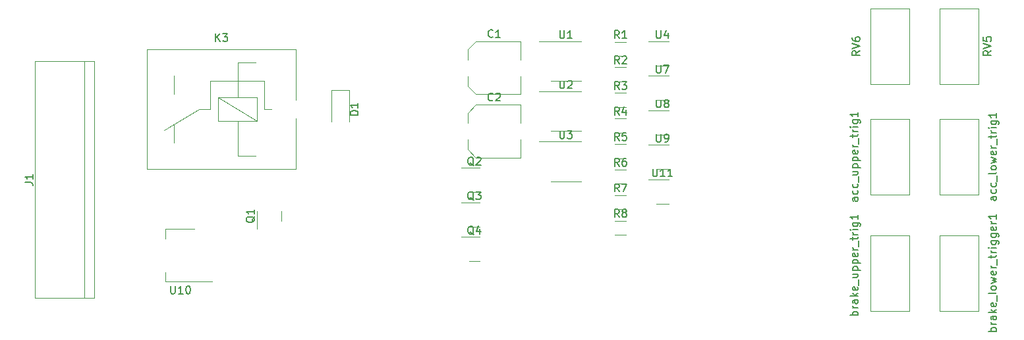
<source format=gbr>
%TF.GenerationSoftware,KiCad,Pcbnew,7.0.10*%
%TF.CreationDate,2024-04-03T19:17:27+05:30*%
%TF.ProjectId,BSPD,42535044-2e6b-4696-9361-645f70636258,rev?*%
%TF.SameCoordinates,Original*%
%TF.FileFunction,Legend,Top*%
%TF.FilePolarity,Positive*%
%FSLAX46Y46*%
G04 Gerber Fmt 4.6, Leading zero omitted, Abs format (unit mm)*
G04 Created by KiCad (PCBNEW 7.0.10) date 2024-04-03 19:17:27*
%MOMM*%
%LPD*%
G01*
G04 APERTURE LIST*
%ADD10C,0.150000*%
%ADD11C,0.120000*%
G04 APERTURE END LIST*
D10*
X95245905Y-56426819D02*
X95245905Y-57236342D01*
X95245905Y-57236342D02*
X95293524Y-57331580D01*
X95293524Y-57331580D02*
X95341143Y-57379200D01*
X95341143Y-57379200D02*
X95436381Y-57426819D01*
X95436381Y-57426819D02*
X95626857Y-57426819D01*
X95626857Y-57426819D02*
X95722095Y-57379200D01*
X95722095Y-57379200D02*
X95769714Y-57331580D01*
X95769714Y-57331580D02*
X95817333Y-57236342D01*
X95817333Y-57236342D02*
X95817333Y-56426819D01*
X96817333Y-57426819D02*
X96245905Y-57426819D01*
X96531619Y-57426819D02*
X96531619Y-56426819D01*
X96531619Y-56426819D02*
X96436381Y-56569676D01*
X96436381Y-56569676D02*
X96341143Y-56664914D01*
X96341143Y-56664914D02*
X96245905Y-56712533D01*
X97769714Y-57426819D02*
X97198286Y-57426819D01*
X97484000Y-57426819D02*
X97484000Y-56426819D01*
X97484000Y-56426819D02*
X97388762Y-56569676D01*
X97388762Y-56569676D02*
X97293524Y-56664914D01*
X97293524Y-56664914D02*
X97198286Y-56712533D01*
X95722095Y-51976819D02*
X95722095Y-52786342D01*
X95722095Y-52786342D02*
X95769714Y-52881580D01*
X95769714Y-52881580D02*
X95817333Y-52929200D01*
X95817333Y-52929200D02*
X95912571Y-52976819D01*
X95912571Y-52976819D02*
X96103047Y-52976819D01*
X96103047Y-52976819D02*
X96198285Y-52929200D01*
X96198285Y-52929200D02*
X96245904Y-52881580D01*
X96245904Y-52881580D02*
X96293523Y-52786342D01*
X96293523Y-52786342D02*
X96293523Y-51976819D01*
X96817333Y-52976819D02*
X97007809Y-52976819D01*
X97007809Y-52976819D02*
X97103047Y-52929200D01*
X97103047Y-52929200D02*
X97150666Y-52881580D01*
X97150666Y-52881580D02*
X97245904Y-52738723D01*
X97245904Y-52738723D02*
X97293523Y-52548247D01*
X97293523Y-52548247D02*
X97293523Y-52167295D01*
X97293523Y-52167295D02*
X97245904Y-52072057D01*
X97245904Y-52072057D02*
X97198285Y-52024438D01*
X97198285Y-52024438D02*
X97103047Y-51976819D01*
X97103047Y-51976819D02*
X96912571Y-51976819D01*
X96912571Y-51976819D02*
X96817333Y-52024438D01*
X96817333Y-52024438D02*
X96769714Y-52072057D01*
X96769714Y-52072057D02*
X96722095Y-52167295D01*
X96722095Y-52167295D02*
X96722095Y-52405390D01*
X96722095Y-52405390D02*
X96769714Y-52500628D01*
X96769714Y-52500628D02*
X96817333Y-52548247D01*
X96817333Y-52548247D02*
X96912571Y-52595866D01*
X96912571Y-52595866D02*
X97103047Y-52595866D01*
X97103047Y-52595866D02*
X97198285Y-52548247D01*
X97198285Y-52548247D02*
X97245904Y-52500628D01*
X97245904Y-52500628D02*
X97293523Y-52405390D01*
X95722095Y-47526819D02*
X95722095Y-48336342D01*
X95722095Y-48336342D02*
X95769714Y-48431580D01*
X95769714Y-48431580D02*
X95817333Y-48479200D01*
X95817333Y-48479200D02*
X95912571Y-48526819D01*
X95912571Y-48526819D02*
X96103047Y-48526819D01*
X96103047Y-48526819D02*
X96198285Y-48479200D01*
X96198285Y-48479200D02*
X96245904Y-48431580D01*
X96245904Y-48431580D02*
X96293523Y-48336342D01*
X96293523Y-48336342D02*
X96293523Y-47526819D01*
X96912571Y-47955390D02*
X96817333Y-47907771D01*
X96817333Y-47907771D02*
X96769714Y-47860152D01*
X96769714Y-47860152D02*
X96722095Y-47764914D01*
X96722095Y-47764914D02*
X96722095Y-47717295D01*
X96722095Y-47717295D02*
X96769714Y-47622057D01*
X96769714Y-47622057D02*
X96817333Y-47574438D01*
X96817333Y-47574438D02*
X96912571Y-47526819D01*
X96912571Y-47526819D02*
X97103047Y-47526819D01*
X97103047Y-47526819D02*
X97198285Y-47574438D01*
X97198285Y-47574438D02*
X97245904Y-47622057D01*
X97245904Y-47622057D02*
X97293523Y-47717295D01*
X97293523Y-47717295D02*
X97293523Y-47764914D01*
X97293523Y-47764914D02*
X97245904Y-47860152D01*
X97245904Y-47860152D02*
X97198285Y-47907771D01*
X97198285Y-47907771D02*
X97103047Y-47955390D01*
X97103047Y-47955390D02*
X96912571Y-47955390D01*
X96912571Y-47955390D02*
X96817333Y-48003009D01*
X96817333Y-48003009D02*
X96769714Y-48050628D01*
X96769714Y-48050628D02*
X96722095Y-48145866D01*
X96722095Y-48145866D02*
X96722095Y-48336342D01*
X96722095Y-48336342D02*
X96769714Y-48431580D01*
X96769714Y-48431580D02*
X96817333Y-48479200D01*
X96817333Y-48479200D02*
X96912571Y-48526819D01*
X96912571Y-48526819D02*
X97103047Y-48526819D01*
X97103047Y-48526819D02*
X97198285Y-48479200D01*
X97198285Y-48479200D02*
X97245904Y-48431580D01*
X97245904Y-48431580D02*
X97293523Y-48336342D01*
X97293523Y-48336342D02*
X97293523Y-48145866D01*
X97293523Y-48145866D02*
X97245904Y-48050628D01*
X97245904Y-48050628D02*
X97198285Y-48003009D01*
X97198285Y-48003009D02*
X97103047Y-47955390D01*
X95722095Y-43076819D02*
X95722095Y-43886342D01*
X95722095Y-43886342D02*
X95769714Y-43981580D01*
X95769714Y-43981580D02*
X95817333Y-44029200D01*
X95817333Y-44029200D02*
X95912571Y-44076819D01*
X95912571Y-44076819D02*
X96103047Y-44076819D01*
X96103047Y-44076819D02*
X96198285Y-44029200D01*
X96198285Y-44029200D02*
X96245904Y-43981580D01*
X96245904Y-43981580D02*
X96293523Y-43886342D01*
X96293523Y-43886342D02*
X96293523Y-43076819D01*
X96674476Y-43076819D02*
X97341142Y-43076819D01*
X97341142Y-43076819D02*
X96912571Y-44076819D01*
X95722095Y-38626819D02*
X95722095Y-39436342D01*
X95722095Y-39436342D02*
X95769714Y-39531580D01*
X95769714Y-39531580D02*
X95817333Y-39579200D01*
X95817333Y-39579200D02*
X95912571Y-39626819D01*
X95912571Y-39626819D02*
X96103047Y-39626819D01*
X96103047Y-39626819D02*
X96198285Y-39579200D01*
X96198285Y-39579200D02*
X96245904Y-39531580D01*
X96245904Y-39531580D02*
X96293523Y-39436342D01*
X96293523Y-39436342D02*
X96293523Y-38626819D01*
X97198285Y-38960152D02*
X97198285Y-39626819D01*
X96960190Y-38579200D02*
X96722095Y-39293485D01*
X96722095Y-39293485D02*
X97341142Y-39293485D01*
X83312095Y-51526819D02*
X83312095Y-52336342D01*
X83312095Y-52336342D02*
X83359714Y-52431580D01*
X83359714Y-52431580D02*
X83407333Y-52479200D01*
X83407333Y-52479200D02*
X83502571Y-52526819D01*
X83502571Y-52526819D02*
X83693047Y-52526819D01*
X83693047Y-52526819D02*
X83788285Y-52479200D01*
X83788285Y-52479200D02*
X83835904Y-52431580D01*
X83835904Y-52431580D02*
X83883523Y-52336342D01*
X83883523Y-52336342D02*
X83883523Y-51526819D01*
X84264476Y-51526819D02*
X84883523Y-51526819D01*
X84883523Y-51526819D02*
X84550190Y-51907771D01*
X84550190Y-51907771D02*
X84693047Y-51907771D01*
X84693047Y-51907771D02*
X84788285Y-51955390D01*
X84788285Y-51955390D02*
X84835904Y-52003009D01*
X84835904Y-52003009D02*
X84883523Y-52098247D01*
X84883523Y-52098247D02*
X84883523Y-52336342D01*
X84883523Y-52336342D02*
X84835904Y-52431580D01*
X84835904Y-52431580D02*
X84788285Y-52479200D01*
X84788285Y-52479200D02*
X84693047Y-52526819D01*
X84693047Y-52526819D02*
X84407333Y-52526819D01*
X84407333Y-52526819D02*
X84312095Y-52479200D01*
X84312095Y-52479200D02*
X84264476Y-52431580D01*
X83312095Y-45076819D02*
X83312095Y-45886342D01*
X83312095Y-45886342D02*
X83359714Y-45981580D01*
X83359714Y-45981580D02*
X83407333Y-46029200D01*
X83407333Y-46029200D02*
X83502571Y-46076819D01*
X83502571Y-46076819D02*
X83693047Y-46076819D01*
X83693047Y-46076819D02*
X83788285Y-46029200D01*
X83788285Y-46029200D02*
X83835904Y-45981580D01*
X83835904Y-45981580D02*
X83883523Y-45886342D01*
X83883523Y-45886342D02*
X83883523Y-45076819D01*
X84312095Y-45172057D02*
X84359714Y-45124438D01*
X84359714Y-45124438D02*
X84454952Y-45076819D01*
X84454952Y-45076819D02*
X84693047Y-45076819D01*
X84693047Y-45076819D02*
X84788285Y-45124438D01*
X84788285Y-45124438D02*
X84835904Y-45172057D01*
X84835904Y-45172057D02*
X84883523Y-45267295D01*
X84883523Y-45267295D02*
X84883523Y-45362533D01*
X84883523Y-45362533D02*
X84835904Y-45505390D01*
X84835904Y-45505390D02*
X84264476Y-46076819D01*
X84264476Y-46076819D02*
X84883523Y-46076819D01*
X83312095Y-38626819D02*
X83312095Y-39436342D01*
X83312095Y-39436342D02*
X83359714Y-39531580D01*
X83359714Y-39531580D02*
X83407333Y-39579200D01*
X83407333Y-39579200D02*
X83502571Y-39626819D01*
X83502571Y-39626819D02*
X83693047Y-39626819D01*
X83693047Y-39626819D02*
X83788285Y-39579200D01*
X83788285Y-39579200D02*
X83835904Y-39531580D01*
X83835904Y-39531580D02*
X83883523Y-39436342D01*
X83883523Y-39436342D02*
X83883523Y-38626819D01*
X84883523Y-39626819D02*
X84312095Y-39626819D01*
X84597809Y-39626819D02*
X84597809Y-38626819D01*
X84597809Y-38626819D02*
X84502571Y-38769676D01*
X84502571Y-38769676D02*
X84407333Y-38864914D01*
X84407333Y-38864914D02*
X84312095Y-38912533D01*
X90937333Y-62656819D02*
X90604000Y-62180628D01*
X90365905Y-62656819D02*
X90365905Y-61656819D01*
X90365905Y-61656819D02*
X90746857Y-61656819D01*
X90746857Y-61656819D02*
X90842095Y-61704438D01*
X90842095Y-61704438D02*
X90889714Y-61752057D01*
X90889714Y-61752057D02*
X90937333Y-61847295D01*
X90937333Y-61847295D02*
X90937333Y-61990152D01*
X90937333Y-61990152D02*
X90889714Y-62085390D01*
X90889714Y-62085390D02*
X90842095Y-62133009D01*
X90842095Y-62133009D02*
X90746857Y-62180628D01*
X90746857Y-62180628D02*
X90365905Y-62180628D01*
X91508762Y-62085390D02*
X91413524Y-62037771D01*
X91413524Y-62037771D02*
X91365905Y-61990152D01*
X91365905Y-61990152D02*
X91318286Y-61894914D01*
X91318286Y-61894914D02*
X91318286Y-61847295D01*
X91318286Y-61847295D02*
X91365905Y-61752057D01*
X91365905Y-61752057D02*
X91413524Y-61704438D01*
X91413524Y-61704438D02*
X91508762Y-61656819D01*
X91508762Y-61656819D02*
X91699238Y-61656819D01*
X91699238Y-61656819D02*
X91794476Y-61704438D01*
X91794476Y-61704438D02*
X91842095Y-61752057D01*
X91842095Y-61752057D02*
X91889714Y-61847295D01*
X91889714Y-61847295D02*
X91889714Y-61894914D01*
X91889714Y-61894914D02*
X91842095Y-61990152D01*
X91842095Y-61990152D02*
X91794476Y-62037771D01*
X91794476Y-62037771D02*
X91699238Y-62085390D01*
X91699238Y-62085390D02*
X91508762Y-62085390D01*
X91508762Y-62085390D02*
X91413524Y-62133009D01*
X91413524Y-62133009D02*
X91365905Y-62180628D01*
X91365905Y-62180628D02*
X91318286Y-62275866D01*
X91318286Y-62275866D02*
X91318286Y-62466342D01*
X91318286Y-62466342D02*
X91365905Y-62561580D01*
X91365905Y-62561580D02*
X91413524Y-62609200D01*
X91413524Y-62609200D02*
X91508762Y-62656819D01*
X91508762Y-62656819D02*
X91699238Y-62656819D01*
X91699238Y-62656819D02*
X91794476Y-62609200D01*
X91794476Y-62609200D02*
X91842095Y-62561580D01*
X91842095Y-62561580D02*
X91889714Y-62466342D01*
X91889714Y-62466342D02*
X91889714Y-62275866D01*
X91889714Y-62275866D02*
X91842095Y-62180628D01*
X91842095Y-62180628D02*
X91794476Y-62133009D01*
X91794476Y-62133009D02*
X91699238Y-62085390D01*
X90937333Y-59366819D02*
X90604000Y-58890628D01*
X90365905Y-59366819D02*
X90365905Y-58366819D01*
X90365905Y-58366819D02*
X90746857Y-58366819D01*
X90746857Y-58366819D02*
X90842095Y-58414438D01*
X90842095Y-58414438D02*
X90889714Y-58462057D01*
X90889714Y-58462057D02*
X90937333Y-58557295D01*
X90937333Y-58557295D02*
X90937333Y-58700152D01*
X90937333Y-58700152D02*
X90889714Y-58795390D01*
X90889714Y-58795390D02*
X90842095Y-58843009D01*
X90842095Y-58843009D02*
X90746857Y-58890628D01*
X90746857Y-58890628D02*
X90365905Y-58890628D01*
X91270667Y-58366819D02*
X91937333Y-58366819D01*
X91937333Y-58366819D02*
X91508762Y-59366819D01*
X90937333Y-56076819D02*
X90604000Y-55600628D01*
X90365905Y-56076819D02*
X90365905Y-55076819D01*
X90365905Y-55076819D02*
X90746857Y-55076819D01*
X90746857Y-55076819D02*
X90842095Y-55124438D01*
X90842095Y-55124438D02*
X90889714Y-55172057D01*
X90889714Y-55172057D02*
X90937333Y-55267295D01*
X90937333Y-55267295D02*
X90937333Y-55410152D01*
X90937333Y-55410152D02*
X90889714Y-55505390D01*
X90889714Y-55505390D02*
X90842095Y-55553009D01*
X90842095Y-55553009D02*
X90746857Y-55600628D01*
X90746857Y-55600628D02*
X90365905Y-55600628D01*
X91794476Y-55076819D02*
X91604000Y-55076819D01*
X91604000Y-55076819D02*
X91508762Y-55124438D01*
X91508762Y-55124438D02*
X91461143Y-55172057D01*
X91461143Y-55172057D02*
X91365905Y-55314914D01*
X91365905Y-55314914D02*
X91318286Y-55505390D01*
X91318286Y-55505390D02*
X91318286Y-55886342D01*
X91318286Y-55886342D02*
X91365905Y-55981580D01*
X91365905Y-55981580D02*
X91413524Y-56029200D01*
X91413524Y-56029200D02*
X91508762Y-56076819D01*
X91508762Y-56076819D02*
X91699238Y-56076819D01*
X91699238Y-56076819D02*
X91794476Y-56029200D01*
X91794476Y-56029200D02*
X91842095Y-55981580D01*
X91842095Y-55981580D02*
X91889714Y-55886342D01*
X91889714Y-55886342D02*
X91889714Y-55648247D01*
X91889714Y-55648247D02*
X91842095Y-55553009D01*
X91842095Y-55553009D02*
X91794476Y-55505390D01*
X91794476Y-55505390D02*
X91699238Y-55457771D01*
X91699238Y-55457771D02*
X91508762Y-55457771D01*
X91508762Y-55457771D02*
X91413524Y-55505390D01*
X91413524Y-55505390D02*
X91365905Y-55553009D01*
X91365905Y-55553009D02*
X91318286Y-55648247D01*
X90937333Y-52786819D02*
X90604000Y-52310628D01*
X90365905Y-52786819D02*
X90365905Y-51786819D01*
X90365905Y-51786819D02*
X90746857Y-51786819D01*
X90746857Y-51786819D02*
X90842095Y-51834438D01*
X90842095Y-51834438D02*
X90889714Y-51882057D01*
X90889714Y-51882057D02*
X90937333Y-51977295D01*
X90937333Y-51977295D02*
X90937333Y-52120152D01*
X90937333Y-52120152D02*
X90889714Y-52215390D01*
X90889714Y-52215390D02*
X90842095Y-52263009D01*
X90842095Y-52263009D02*
X90746857Y-52310628D01*
X90746857Y-52310628D02*
X90365905Y-52310628D01*
X91842095Y-51786819D02*
X91365905Y-51786819D01*
X91365905Y-51786819D02*
X91318286Y-52263009D01*
X91318286Y-52263009D02*
X91365905Y-52215390D01*
X91365905Y-52215390D02*
X91461143Y-52167771D01*
X91461143Y-52167771D02*
X91699238Y-52167771D01*
X91699238Y-52167771D02*
X91794476Y-52215390D01*
X91794476Y-52215390D02*
X91842095Y-52263009D01*
X91842095Y-52263009D02*
X91889714Y-52358247D01*
X91889714Y-52358247D02*
X91889714Y-52596342D01*
X91889714Y-52596342D02*
X91842095Y-52691580D01*
X91842095Y-52691580D02*
X91794476Y-52739200D01*
X91794476Y-52739200D02*
X91699238Y-52786819D01*
X91699238Y-52786819D02*
X91461143Y-52786819D01*
X91461143Y-52786819D02*
X91365905Y-52739200D01*
X91365905Y-52739200D02*
X91318286Y-52691580D01*
X90937333Y-49496819D02*
X90604000Y-49020628D01*
X90365905Y-49496819D02*
X90365905Y-48496819D01*
X90365905Y-48496819D02*
X90746857Y-48496819D01*
X90746857Y-48496819D02*
X90842095Y-48544438D01*
X90842095Y-48544438D02*
X90889714Y-48592057D01*
X90889714Y-48592057D02*
X90937333Y-48687295D01*
X90937333Y-48687295D02*
X90937333Y-48830152D01*
X90937333Y-48830152D02*
X90889714Y-48925390D01*
X90889714Y-48925390D02*
X90842095Y-48973009D01*
X90842095Y-48973009D02*
X90746857Y-49020628D01*
X90746857Y-49020628D02*
X90365905Y-49020628D01*
X91794476Y-48830152D02*
X91794476Y-49496819D01*
X91556381Y-48449200D02*
X91318286Y-49163485D01*
X91318286Y-49163485D02*
X91937333Y-49163485D01*
X90937333Y-46206819D02*
X90604000Y-45730628D01*
X90365905Y-46206819D02*
X90365905Y-45206819D01*
X90365905Y-45206819D02*
X90746857Y-45206819D01*
X90746857Y-45206819D02*
X90842095Y-45254438D01*
X90842095Y-45254438D02*
X90889714Y-45302057D01*
X90889714Y-45302057D02*
X90937333Y-45397295D01*
X90937333Y-45397295D02*
X90937333Y-45540152D01*
X90937333Y-45540152D02*
X90889714Y-45635390D01*
X90889714Y-45635390D02*
X90842095Y-45683009D01*
X90842095Y-45683009D02*
X90746857Y-45730628D01*
X90746857Y-45730628D02*
X90365905Y-45730628D01*
X91270667Y-45206819D02*
X91889714Y-45206819D01*
X91889714Y-45206819D02*
X91556381Y-45587771D01*
X91556381Y-45587771D02*
X91699238Y-45587771D01*
X91699238Y-45587771D02*
X91794476Y-45635390D01*
X91794476Y-45635390D02*
X91842095Y-45683009D01*
X91842095Y-45683009D02*
X91889714Y-45778247D01*
X91889714Y-45778247D02*
X91889714Y-46016342D01*
X91889714Y-46016342D02*
X91842095Y-46111580D01*
X91842095Y-46111580D02*
X91794476Y-46159200D01*
X91794476Y-46159200D02*
X91699238Y-46206819D01*
X91699238Y-46206819D02*
X91413524Y-46206819D01*
X91413524Y-46206819D02*
X91318286Y-46159200D01*
X91318286Y-46159200D02*
X91270667Y-46111580D01*
X90937333Y-42916819D02*
X90604000Y-42440628D01*
X90365905Y-42916819D02*
X90365905Y-41916819D01*
X90365905Y-41916819D02*
X90746857Y-41916819D01*
X90746857Y-41916819D02*
X90842095Y-41964438D01*
X90842095Y-41964438D02*
X90889714Y-42012057D01*
X90889714Y-42012057D02*
X90937333Y-42107295D01*
X90937333Y-42107295D02*
X90937333Y-42250152D01*
X90937333Y-42250152D02*
X90889714Y-42345390D01*
X90889714Y-42345390D02*
X90842095Y-42393009D01*
X90842095Y-42393009D02*
X90746857Y-42440628D01*
X90746857Y-42440628D02*
X90365905Y-42440628D01*
X91318286Y-42012057D02*
X91365905Y-41964438D01*
X91365905Y-41964438D02*
X91461143Y-41916819D01*
X91461143Y-41916819D02*
X91699238Y-41916819D01*
X91699238Y-41916819D02*
X91794476Y-41964438D01*
X91794476Y-41964438D02*
X91842095Y-42012057D01*
X91842095Y-42012057D02*
X91889714Y-42107295D01*
X91889714Y-42107295D02*
X91889714Y-42202533D01*
X91889714Y-42202533D02*
X91842095Y-42345390D01*
X91842095Y-42345390D02*
X91270667Y-42916819D01*
X91270667Y-42916819D02*
X91889714Y-42916819D01*
X90937333Y-39626819D02*
X90604000Y-39150628D01*
X90365905Y-39626819D02*
X90365905Y-38626819D01*
X90365905Y-38626819D02*
X90746857Y-38626819D01*
X90746857Y-38626819D02*
X90842095Y-38674438D01*
X90842095Y-38674438D02*
X90889714Y-38722057D01*
X90889714Y-38722057D02*
X90937333Y-38817295D01*
X90937333Y-38817295D02*
X90937333Y-38960152D01*
X90937333Y-38960152D02*
X90889714Y-39055390D01*
X90889714Y-39055390D02*
X90842095Y-39103009D01*
X90842095Y-39103009D02*
X90746857Y-39150628D01*
X90746857Y-39150628D02*
X90365905Y-39150628D01*
X91889714Y-39626819D02*
X91318286Y-39626819D01*
X91604000Y-39626819D02*
X91604000Y-38626819D01*
X91604000Y-38626819D02*
X91508762Y-38769676D01*
X91508762Y-38769676D02*
X91413524Y-38864914D01*
X91413524Y-38864914D02*
X91318286Y-38912533D01*
X72248761Y-64922057D02*
X72153523Y-64874438D01*
X72153523Y-64874438D02*
X72058285Y-64779200D01*
X72058285Y-64779200D02*
X71915428Y-64636342D01*
X71915428Y-64636342D02*
X71820190Y-64588723D01*
X71820190Y-64588723D02*
X71724952Y-64588723D01*
X71772571Y-64826819D02*
X71677333Y-64779200D01*
X71677333Y-64779200D02*
X71582095Y-64683961D01*
X71582095Y-64683961D02*
X71534476Y-64493485D01*
X71534476Y-64493485D02*
X71534476Y-64160152D01*
X71534476Y-64160152D02*
X71582095Y-63969676D01*
X71582095Y-63969676D02*
X71677333Y-63874438D01*
X71677333Y-63874438D02*
X71772571Y-63826819D01*
X71772571Y-63826819D02*
X71963047Y-63826819D01*
X71963047Y-63826819D02*
X72058285Y-63874438D01*
X72058285Y-63874438D02*
X72153523Y-63969676D01*
X72153523Y-63969676D02*
X72201142Y-64160152D01*
X72201142Y-64160152D02*
X72201142Y-64493485D01*
X72201142Y-64493485D02*
X72153523Y-64683961D01*
X72153523Y-64683961D02*
X72058285Y-64779200D01*
X72058285Y-64779200D02*
X71963047Y-64826819D01*
X71963047Y-64826819D02*
X71772571Y-64826819D01*
X73058285Y-64160152D02*
X73058285Y-64826819D01*
X72820190Y-63779200D02*
X72582095Y-64493485D01*
X72582095Y-64493485D02*
X73201142Y-64493485D01*
X72248761Y-60472057D02*
X72153523Y-60424438D01*
X72153523Y-60424438D02*
X72058285Y-60329200D01*
X72058285Y-60329200D02*
X71915428Y-60186342D01*
X71915428Y-60186342D02*
X71820190Y-60138723D01*
X71820190Y-60138723D02*
X71724952Y-60138723D01*
X71772571Y-60376819D02*
X71677333Y-60329200D01*
X71677333Y-60329200D02*
X71582095Y-60233961D01*
X71582095Y-60233961D02*
X71534476Y-60043485D01*
X71534476Y-60043485D02*
X71534476Y-59710152D01*
X71534476Y-59710152D02*
X71582095Y-59519676D01*
X71582095Y-59519676D02*
X71677333Y-59424438D01*
X71677333Y-59424438D02*
X71772571Y-59376819D01*
X71772571Y-59376819D02*
X71963047Y-59376819D01*
X71963047Y-59376819D02*
X72058285Y-59424438D01*
X72058285Y-59424438D02*
X72153523Y-59519676D01*
X72153523Y-59519676D02*
X72201142Y-59710152D01*
X72201142Y-59710152D02*
X72201142Y-60043485D01*
X72201142Y-60043485D02*
X72153523Y-60233961D01*
X72153523Y-60233961D02*
X72058285Y-60329200D01*
X72058285Y-60329200D02*
X71963047Y-60376819D01*
X71963047Y-60376819D02*
X71772571Y-60376819D01*
X72534476Y-59376819D02*
X73153523Y-59376819D01*
X73153523Y-59376819D02*
X72820190Y-59757771D01*
X72820190Y-59757771D02*
X72963047Y-59757771D01*
X72963047Y-59757771D02*
X73058285Y-59805390D01*
X73058285Y-59805390D02*
X73105904Y-59853009D01*
X73105904Y-59853009D02*
X73153523Y-59948247D01*
X73153523Y-59948247D02*
X73153523Y-60186342D01*
X73153523Y-60186342D02*
X73105904Y-60281580D01*
X73105904Y-60281580D02*
X73058285Y-60329200D01*
X73058285Y-60329200D02*
X72963047Y-60376819D01*
X72963047Y-60376819D02*
X72677333Y-60376819D01*
X72677333Y-60376819D02*
X72582095Y-60329200D01*
X72582095Y-60329200D02*
X72534476Y-60281580D01*
X72248761Y-56022057D02*
X72153523Y-55974438D01*
X72153523Y-55974438D02*
X72058285Y-55879200D01*
X72058285Y-55879200D02*
X71915428Y-55736342D01*
X71915428Y-55736342D02*
X71820190Y-55688723D01*
X71820190Y-55688723D02*
X71724952Y-55688723D01*
X71772571Y-55926819D02*
X71677333Y-55879200D01*
X71677333Y-55879200D02*
X71582095Y-55783961D01*
X71582095Y-55783961D02*
X71534476Y-55593485D01*
X71534476Y-55593485D02*
X71534476Y-55260152D01*
X71534476Y-55260152D02*
X71582095Y-55069676D01*
X71582095Y-55069676D02*
X71677333Y-54974438D01*
X71677333Y-54974438D02*
X71772571Y-54926819D01*
X71772571Y-54926819D02*
X71963047Y-54926819D01*
X71963047Y-54926819D02*
X72058285Y-54974438D01*
X72058285Y-54974438D02*
X72153523Y-55069676D01*
X72153523Y-55069676D02*
X72201142Y-55260152D01*
X72201142Y-55260152D02*
X72201142Y-55593485D01*
X72201142Y-55593485D02*
X72153523Y-55783961D01*
X72153523Y-55783961D02*
X72058285Y-55879200D01*
X72058285Y-55879200D02*
X71963047Y-55926819D01*
X71963047Y-55926819D02*
X71772571Y-55926819D01*
X72582095Y-55022057D02*
X72629714Y-54974438D01*
X72629714Y-54974438D02*
X72724952Y-54926819D01*
X72724952Y-54926819D02*
X72963047Y-54926819D01*
X72963047Y-54926819D02*
X73058285Y-54974438D01*
X73058285Y-54974438D02*
X73105904Y-55022057D01*
X73105904Y-55022057D02*
X73153523Y-55117295D01*
X73153523Y-55117295D02*
X73153523Y-55212533D01*
X73153523Y-55212533D02*
X73105904Y-55355390D01*
X73105904Y-55355390D02*
X72534476Y-55926819D01*
X72534476Y-55926819D02*
X73153523Y-55926819D01*
X74707333Y-47581580D02*
X74659714Y-47629200D01*
X74659714Y-47629200D02*
X74516857Y-47676819D01*
X74516857Y-47676819D02*
X74421619Y-47676819D01*
X74421619Y-47676819D02*
X74278762Y-47629200D01*
X74278762Y-47629200D02*
X74183524Y-47533961D01*
X74183524Y-47533961D02*
X74135905Y-47438723D01*
X74135905Y-47438723D02*
X74088286Y-47248247D01*
X74088286Y-47248247D02*
X74088286Y-47105390D01*
X74088286Y-47105390D02*
X74135905Y-46914914D01*
X74135905Y-46914914D02*
X74183524Y-46819676D01*
X74183524Y-46819676D02*
X74278762Y-46724438D01*
X74278762Y-46724438D02*
X74421619Y-46676819D01*
X74421619Y-46676819D02*
X74516857Y-46676819D01*
X74516857Y-46676819D02*
X74659714Y-46724438D01*
X74659714Y-46724438D02*
X74707333Y-46772057D01*
X75088286Y-46772057D02*
X75135905Y-46724438D01*
X75135905Y-46724438D02*
X75231143Y-46676819D01*
X75231143Y-46676819D02*
X75469238Y-46676819D01*
X75469238Y-46676819D02*
X75564476Y-46724438D01*
X75564476Y-46724438D02*
X75612095Y-46772057D01*
X75612095Y-46772057D02*
X75659714Y-46867295D01*
X75659714Y-46867295D02*
X75659714Y-46962533D01*
X75659714Y-46962533D02*
X75612095Y-47105390D01*
X75612095Y-47105390D02*
X75040667Y-47676819D01*
X75040667Y-47676819D02*
X75659714Y-47676819D01*
X74707333Y-39431580D02*
X74659714Y-39479200D01*
X74659714Y-39479200D02*
X74516857Y-39526819D01*
X74516857Y-39526819D02*
X74421619Y-39526819D01*
X74421619Y-39526819D02*
X74278762Y-39479200D01*
X74278762Y-39479200D02*
X74183524Y-39383961D01*
X74183524Y-39383961D02*
X74135905Y-39288723D01*
X74135905Y-39288723D02*
X74088286Y-39098247D01*
X74088286Y-39098247D02*
X74088286Y-38955390D01*
X74088286Y-38955390D02*
X74135905Y-38764914D01*
X74135905Y-38764914D02*
X74183524Y-38669676D01*
X74183524Y-38669676D02*
X74278762Y-38574438D01*
X74278762Y-38574438D02*
X74421619Y-38526819D01*
X74421619Y-38526819D02*
X74516857Y-38526819D01*
X74516857Y-38526819D02*
X74659714Y-38574438D01*
X74659714Y-38574438D02*
X74707333Y-38622057D01*
X75659714Y-39526819D02*
X75088286Y-39526819D01*
X75374000Y-39526819D02*
X75374000Y-38526819D01*
X75374000Y-38526819D02*
X75278762Y-38669676D01*
X75278762Y-38669676D02*
X75183524Y-38764914D01*
X75183524Y-38764914D02*
X75088286Y-38812533D01*
X44124057Y-62579238D02*
X44076438Y-62674476D01*
X44076438Y-62674476D02*
X43981200Y-62769714D01*
X43981200Y-62769714D02*
X43838342Y-62912571D01*
X43838342Y-62912571D02*
X43790723Y-63007809D01*
X43790723Y-63007809D02*
X43790723Y-63103047D01*
X44028819Y-63055428D02*
X43981200Y-63150666D01*
X43981200Y-63150666D02*
X43885961Y-63245904D01*
X43885961Y-63245904D02*
X43695485Y-63293523D01*
X43695485Y-63293523D02*
X43362152Y-63293523D01*
X43362152Y-63293523D02*
X43171676Y-63245904D01*
X43171676Y-63245904D02*
X43076438Y-63150666D01*
X43076438Y-63150666D02*
X43028819Y-63055428D01*
X43028819Y-63055428D02*
X43028819Y-62864952D01*
X43028819Y-62864952D02*
X43076438Y-62769714D01*
X43076438Y-62769714D02*
X43171676Y-62674476D01*
X43171676Y-62674476D02*
X43362152Y-62626857D01*
X43362152Y-62626857D02*
X43695485Y-62626857D01*
X43695485Y-62626857D02*
X43885961Y-62674476D01*
X43885961Y-62674476D02*
X43981200Y-62769714D01*
X43981200Y-62769714D02*
X44028819Y-62864952D01*
X44028819Y-62864952D02*
X44028819Y-63055428D01*
X44028819Y-61674476D02*
X44028819Y-62245904D01*
X44028819Y-61960190D02*
X43028819Y-61960190D01*
X43028819Y-61960190D02*
X43171676Y-62055428D01*
X43171676Y-62055428D02*
X43266914Y-62150666D01*
X43266914Y-62150666D02*
X43314533Y-62245904D01*
X33305905Y-71518819D02*
X33305905Y-72328342D01*
X33305905Y-72328342D02*
X33353524Y-72423580D01*
X33353524Y-72423580D02*
X33401143Y-72471200D01*
X33401143Y-72471200D02*
X33496381Y-72518819D01*
X33496381Y-72518819D02*
X33686857Y-72518819D01*
X33686857Y-72518819D02*
X33782095Y-72471200D01*
X33782095Y-72471200D02*
X33829714Y-72423580D01*
X33829714Y-72423580D02*
X33877333Y-72328342D01*
X33877333Y-72328342D02*
X33877333Y-71518819D01*
X34877333Y-72518819D02*
X34305905Y-72518819D01*
X34591619Y-72518819D02*
X34591619Y-71518819D01*
X34591619Y-71518819D02*
X34496381Y-71661676D01*
X34496381Y-71661676D02*
X34401143Y-71756914D01*
X34401143Y-71756914D02*
X34305905Y-71804533D01*
X35496381Y-71518819D02*
X35591619Y-71518819D01*
X35591619Y-71518819D02*
X35686857Y-71566438D01*
X35686857Y-71566438D02*
X35734476Y-71614057D01*
X35734476Y-71614057D02*
X35782095Y-71709295D01*
X35782095Y-71709295D02*
X35829714Y-71899771D01*
X35829714Y-71899771D02*
X35829714Y-72137866D01*
X35829714Y-72137866D02*
X35782095Y-72328342D01*
X35782095Y-72328342D02*
X35734476Y-72423580D01*
X35734476Y-72423580D02*
X35686857Y-72471200D01*
X35686857Y-72471200D02*
X35591619Y-72518819D01*
X35591619Y-72518819D02*
X35496381Y-72518819D01*
X35496381Y-72518819D02*
X35401143Y-72471200D01*
X35401143Y-72471200D02*
X35353524Y-72423580D01*
X35353524Y-72423580D02*
X35305905Y-72328342D01*
X35305905Y-72328342D02*
X35258286Y-72137866D01*
X35258286Y-72137866D02*
X35258286Y-71899771D01*
X35258286Y-71899771D02*
X35305905Y-71709295D01*
X35305905Y-71709295D02*
X35353524Y-71614057D01*
X35353524Y-71614057D02*
X35401143Y-71566438D01*
X35401143Y-71566438D02*
X35496381Y-71518819D01*
X121866819Y-41245238D02*
X121390628Y-41578571D01*
X121866819Y-41816666D02*
X120866819Y-41816666D01*
X120866819Y-41816666D02*
X120866819Y-41435714D01*
X120866819Y-41435714D02*
X120914438Y-41340476D01*
X120914438Y-41340476D02*
X120962057Y-41292857D01*
X120962057Y-41292857D02*
X121057295Y-41245238D01*
X121057295Y-41245238D02*
X121200152Y-41245238D01*
X121200152Y-41245238D02*
X121295390Y-41292857D01*
X121295390Y-41292857D02*
X121343009Y-41340476D01*
X121343009Y-41340476D02*
X121390628Y-41435714D01*
X121390628Y-41435714D02*
X121390628Y-41816666D01*
X120866819Y-40959523D02*
X121866819Y-40626190D01*
X121866819Y-40626190D02*
X120866819Y-40292857D01*
X120866819Y-39530952D02*
X120866819Y-39721428D01*
X120866819Y-39721428D02*
X120914438Y-39816666D01*
X120914438Y-39816666D02*
X120962057Y-39864285D01*
X120962057Y-39864285D02*
X121104914Y-39959523D01*
X121104914Y-39959523D02*
X121295390Y-40007142D01*
X121295390Y-40007142D02*
X121676342Y-40007142D01*
X121676342Y-40007142D02*
X121771580Y-39959523D01*
X121771580Y-39959523D02*
X121819200Y-39911904D01*
X121819200Y-39911904D02*
X121866819Y-39816666D01*
X121866819Y-39816666D02*
X121866819Y-39626190D01*
X121866819Y-39626190D02*
X121819200Y-39530952D01*
X121819200Y-39530952D02*
X121771580Y-39483333D01*
X121771580Y-39483333D02*
X121676342Y-39435714D01*
X121676342Y-39435714D02*
X121438247Y-39435714D01*
X121438247Y-39435714D02*
X121343009Y-39483333D01*
X121343009Y-39483333D02*
X121295390Y-39530952D01*
X121295390Y-39530952D02*
X121247771Y-39626190D01*
X121247771Y-39626190D02*
X121247771Y-39816666D01*
X121247771Y-39816666D02*
X121295390Y-39911904D01*
X121295390Y-39911904D02*
X121343009Y-39959523D01*
X121343009Y-39959523D02*
X121438247Y-40007142D01*
X138734819Y-41235238D02*
X138258628Y-41568571D01*
X138734819Y-41806666D02*
X137734819Y-41806666D01*
X137734819Y-41806666D02*
X137734819Y-41425714D01*
X137734819Y-41425714D02*
X137782438Y-41330476D01*
X137782438Y-41330476D02*
X137830057Y-41282857D01*
X137830057Y-41282857D02*
X137925295Y-41235238D01*
X137925295Y-41235238D02*
X138068152Y-41235238D01*
X138068152Y-41235238D02*
X138163390Y-41282857D01*
X138163390Y-41282857D02*
X138211009Y-41330476D01*
X138211009Y-41330476D02*
X138258628Y-41425714D01*
X138258628Y-41425714D02*
X138258628Y-41806666D01*
X137734819Y-40949523D02*
X138734819Y-40616190D01*
X138734819Y-40616190D02*
X137734819Y-40282857D01*
X137734819Y-39473333D02*
X137734819Y-39949523D01*
X137734819Y-39949523D02*
X138211009Y-39997142D01*
X138211009Y-39997142D02*
X138163390Y-39949523D01*
X138163390Y-39949523D02*
X138115771Y-39854285D01*
X138115771Y-39854285D02*
X138115771Y-39616190D01*
X138115771Y-39616190D02*
X138163390Y-39520952D01*
X138163390Y-39520952D02*
X138211009Y-39473333D01*
X138211009Y-39473333D02*
X138306247Y-39425714D01*
X138306247Y-39425714D02*
X138544342Y-39425714D01*
X138544342Y-39425714D02*
X138639580Y-39473333D01*
X138639580Y-39473333D02*
X138687200Y-39520952D01*
X138687200Y-39520952D02*
X138734819Y-39616190D01*
X138734819Y-39616190D02*
X138734819Y-39854285D01*
X138734819Y-39854285D02*
X138687200Y-39949523D01*
X138687200Y-39949523D02*
X138639580Y-39997142D01*
X39089905Y-40022819D02*
X39089905Y-39022819D01*
X39661333Y-40022819D02*
X39232762Y-39451390D01*
X39661333Y-39022819D02*
X39089905Y-39594247D01*
X39994667Y-39022819D02*
X40613714Y-39022819D01*
X40613714Y-39022819D02*
X40280381Y-39403771D01*
X40280381Y-39403771D02*
X40423238Y-39403771D01*
X40423238Y-39403771D02*
X40518476Y-39451390D01*
X40518476Y-39451390D02*
X40566095Y-39499009D01*
X40566095Y-39499009D02*
X40613714Y-39594247D01*
X40613714Y-39594247D02*
X40613714Y-39832342D01*
X40613714Y-39832342D02*
X40566095Y-39927580D01*
X40566095Y-39927580D02*
X40518476Y-39975200D01*
X40518476Y-39975200D02*
X40423238Y-40022819D01*
X40423238Y-40022819D02*
X40137524Y-40022819D01*
X40137524Y-40022819D02*
X40042286Y-39975200D01*
X40042286Y-39975200D02*
X39994667Y-39927580D01*
X57392819Y-49506094D02*
X56392819Y-49506094D01*
X56392819Y-49506094D02*
X56392819Y-49267999D01*
X56392819Y-49267999D02*
X56440438Y-49125142D01*
X56440438Y-49125142D02*
X56535676Y-49029904D01*
X56535676Y-49029904D02*
X56630914Y-48982285D01*
X56630914Y-48982285D02*
X56821390Y-48934666D01*
X56821390Y-48934666D02*
X56964247Y-48934666D01*
X56964247Y-48934666D02*
X57154723Y-48982285D01*
X57154723Y-48982285D02*
X57249961Y-49029904D01*
X57249961Y-49029904D02*
X57345200Y-49125142D01*
X57345200Y-49125142D02*
X57392819Y-49267999D01*
X57392819Y-49267999D02*
X57392819Y-49506094D01*
X57392819Y-47982285D02*
X57392819Y-48553713D01*
X57392819Y-48267999D02*
X56392819Y-48267999D01*
X56392819Y-48267999D02*
X56535676Y-48363237D01*
X56535676Y-48363237D02*
X56630914Y-48458475D01*
X56630914Y-48458475D02*
X56678533Y-48553713D01*
X121612819Y-75262572D02*
X120612819Y-75262572D01*
X120993771Y-75262572D02*
X120946152Y-75167334D01*
X120946152Y-75167334D02*
X120946152Y-74976858D01*
X120946152Y-74976858D02*
X120993771Y-74881620D01*
X120993771Y-74881620D02*
X121041390Y-74834001D01*
X121041390Y-74834001D02*
X121136628Y-74786382D01*
X121136628Y-74786382D02*
X121422342Y-74786382D01*
X121422342Y-74786382D02*
X121517580Y-74834001D01*
X121517580Y-74834001D02*
X121565200Y-74881620D01*
X121565200Y-74881620D02*
X121612819Y-74976858D01*
X121612819Y-74976858D02*
X121612819Y-75167334D01*
X121612819Y-75167334D02*
X121565200Y-75262572D01*
X121612819Y-74357810D02*
X120946152Y-74357810D01*
X121136628Y-74357810D02*
X121041390Y-74310191D01*
X121041390Y-74310191D02*
X120993771Y-74262572D01*
X120993771Y-74262572D02*
X120946152Y-74167334D01*
X120946152Y-74167334D02*
X120946152Y-74072096D01*
X121612819Y-73310191D02*
X121089009Y-73310191D01*
X121089009Y-73310191D02*
X120993771Y-73357810D01*
X120993771Y-73357810D02*
X120946152Y-73453048D01*
X120946152Y-73453048D02*
X120946152Y-73643524D01*
X120946152Y-73643524D02*
X120993771Y-73738762D01*
X121565200Y-73310191D02*
X121612819Y-73405429D01*
X121612819Y-73405429D02*
X121612819Y-73643524D01*
X121612819Y-73643524D02*
X121565200Y-73738762D01*
X121565200Y-73738762D02*
X121469961Y-73786381D01*
X121469961Y-73786381D02*
X121374723Y-73786381D01*
X121374723Y-73786381D02*
X121279485Y-73738762D01*
X121279485Y-73738762D02*
X121231866Y-73643524D01*
X121231866Y-73643524D02*
X121231866Y-73405429D01*
X121231866Y-73405429D02*
X121184247Y-73310191D01*
X121612819Y-72834000D02*
X120612819Y-72834000D01*
X121231866Y-72738762D02*
X121612819Y-72453048D01*
X120946152Y-72453048D02*
X121327104Y-72834000D01*
X121565200Y-71643524D02*
X121612819Y-71738762D01*
X121612819Y-71738762D02*
X121612819Y-71929238D01*
X121612819Y-71929238D02*
X121565200Y-72024476D01*
X121565200Y-72024476D02*
X121469961Y-72072095D01*
X121469961Y-72072095D02*
X121089009Y-72072095D01*
X121089009Y-72072095D02*
X120993771Y-72024476D01*
X120993771Y-72024476D02*
X120946152Y-71929238D01*
X120946152Y-71929238D02*
X120946152Y-71738762D01*
X120946152Y-71738762D02*
X120993771Y-71643524D01*
X120993771Y-71643524D02*
X121089009Y-71595905D01*
X121089009Y-71595905D02*
X121184247Y-71595905D01*
X121184247Y-71595905D02*
X121279485Y-72072095D01*
X121708057Y-71405429D02*
X121708057Y-70643524D01*
X120946152Y-69976857D02*
X121612819Y-69976857D01*
X120946152Y-70405428D02*
X121469961Y-70405428D01*
X121469961Y-70405428D02*
X121565200Y-70357809D01*
X121565200Y-70357809D02*
X121612819Y-70262571D01*
X121612819Y-70262571D02*
X121612819Y-70119714D01*
X121612819Y-70119714D02*
X121565200Y-70024476D01*
X121565200Y-70024476D02*
X121517580Y-69976857D01*
X120946152Y-69500666D02*
X121946152Y-69500666D01*
X120993771Y-69500666D02*
X120946152Y-69405428D01*
X120946152Y-69405428D02*
X120946152Y-69214952D01*
X120946152Y-69214952D02*
X120993771Y-69119714D01*
X120993771Y-69119714D02*
X121041390Y-69072095D01*
X121041390Y-69072095D02*
X121136628Y-69024476D01*
X121136628Y-69024476D02*
X121422342Y-69024476D01*
X121422342Y-69024476D02*
X121517580Y-69072095D01*
X121517580Y-69072095D02*
X121565200Y-69119714D01*
X121565200Y-69119714D02*
X121612819Y-69214952D01*
X121612819Y-69214952D02*
X121612819Y-69405428D01*
X121612819Y-69405428D02*
X121565200Y-69500666D01*
X120946152Y-68595904D02*
X121946152Y-68595904D01*
X120993771Y-68595904D02*
X120946152Y-68500666D01*
X120946152Y-68500666D02*
X120946152Y-68310190D01*
X120946152Y-68310190D02*
X120993771Y-68214952D01*
X120993771Y-68214952D02*
X121041390Y-68167333D01*
X121041390Y-68167333D02*
X121136628Y-68119714D01*
X121136628Y-68119714D02*
X121422342Y-68119714D01*
X121422342Y-68119714D02*
X121517580Y-68167333D01*
X121517580Y-68167333D02*
X121565200Y-68214952D01*
X121565200Y-68214952D02*
X121612819Y-68310190D01*
X121612819Y-68310190D02*
X121612819Y-68500666D01*
X121612819Y-68500666D02*
X121565200Y-68595904D01*
X121565200Y-67310190D02*
X121612819Y-67405428D01*
X121612819Y-67405428D02*
X121612819Y-67595904D01*
X121612819Y-67595904D02*
X121565200Y-67691142D01*
X121565200Y-67691142D02*
X121469961Y-67738761D01*
X121469961Y-67738761D02*
X121089009Y-67738761D01*
X121089009Y-67738761D02*
X120993771Y-67691142D01*
X120993771Y-67691142D02*
X120946152Y-67595904D01*
X120946152Y-67595904D02*
X120946152Y-67405428D01*
X120946152Y-67405428D02*
X120993771Y-67310190D01*
X120993771Y-67310190D02*
X121089009Y-67262571D01*
X121089009Y-67262571D02*
X121184247Y-67262571D01*
X121184247Y-67262571D02*
X121279485Y-67738761D01*
X121612819Y-66833999D02*
X120946152Y-66833999D01*
X121136628Y-66833999D02*
X121041390Y-66786380D01*
X121041390Y-66786380D02*
X120993771Y-66738761D01*
X120993771Y-66738761D02*
X120946152Y-66643523D01*
X120946152Y-66643523D02*
X120946152Y-66548285D01*
X121708057Y-66453047D02*
X121708057Y-65691142D01*
X120946152Y-65595903D02*
X120946152Y-65214951D01*
X120612819Y-65453046D02*
X121469961Y-65453046D01*
X121469961Y-65453046D02*
X121565200Y-65405427D01*
X121565200Y-65405427D02*
X121612819Y-65310189D01*
X121612819Y-65310189D02*
X121612819Y-65214951D01*
X121612819Y-64881617D02*
X120946152Y-64881617D01*
X121136628Y-64881617D02*
X121041390Y-64833998D01*
X121041390Y-64833998D02*
X120993771Y-64786379D01*
X120993771Y-64786379D02*
X120946152Y-64691141D01*
X120946152Y-64691141D02*
X120946152Y-64595903D01*
X121612819Y-64262569D02*
X120946152Y-64262569D01*
X120612819Y-64262569D02*
X120660438Y-64310188D01*
X120660438Y-64310188D02*
X120708057Y-64262569D01*
X120708057Y-64262569D02*
X120660438Y-64214950D01*
X120660438Y-64214950D02*
X120612819Y-64262569D01*
X120612819Y-64262569D02*
X120708057Y-64262569D01*
X120946152Y-63357808D02*
X121755676Y-63357808D01*
X121755676Y-63357808D02*
X121850914Y-63405427D01*
X121850914Y-63405427D02*
X121898533Y-63453046D01*
X121898533Y-63453046D02*
X121946152Y-63548284D01*
X121946152Y-63548284D02*
X121946152Y-63691141D01*
X121946152Y-63691141D02*
X121898533Y-63786379D01*
X121565200Y-63357808D02*
X121612819Y-63453046D01*
X121612819Y-63453046D02*
X121612819Y-63643522D01*
X121612819Y-63643522D02*
X121565200Y-63738760D01*
X121565200Y-63738760D02*
X121517580Y-63786379D01*
X121517580Y-63786379D02*
X121422342Y-63833998D01*
X121422342Y-63833998D02*
X121136628Y-63833998D01*
X121136628Y-63833998D02*
X121041390Y-63786379D01*
X121041390Y-63786379D02*
X120993771Y-63738760D01*
X120993771Y-63738760D02*
X120946152Y-63643522D01*
X120946152Y-63643522D02*
X120946152Y-63453046D01*
X120946152Y-63453046D02*
X120993771Y-63357808D01*
X121612819Y-62357808D02*
X121612819Y-62929236D01*
X121612819Y-62643522D02*
X120612819Y-62643522D01*
X120612819Y-62643522D02*
X120755676Y-62738760D01*
X120755676Y-62738760D02*
X120850914Y-62833998D01*
X120850914Y-62833998D02*
X120898533Y-62929236D01*
X139392819Y-77350001D02*
X138392819Y-77350001D01*
X138773771Y-77350001D02*
X138726152Y-77254763D01*
X138726152Y-77254763D02*
X138726152Y-77064287D01*
X138726152Y-77064287D02*
X138773771Y-76969049D01*
X138773771Y-76969049D02*
X138821390Y-76921430D01*
X138821390Y-76921430D02*
X138916628Y-76873811D01*
X138916628Y-76873811D02*
X139202342Y-76873811D01*
X139202342Y-76873811D02*
X139297580Y-76921430D01*
X139297580Y-76921430D02*
X139345200Y-76969049D01*
X139345200Y-76969049D02*
X139392819Y-77064287D01*
X139392819Y-77064287D02*
X139392819Y-77254763D01*
X139392819Y-77254763D02*
X139345200Y-77350001D01*
X139392819Y-76445239D02*
X138726152Y-76445239D01*
X138916628Y-76445239D02*
X138821390Y-76397620D01*
X138821390Y-76397620D02*
X138773771Y-76350001D01*
X138773771Y-76350001D02*
X138726152Y-76254763D01*
X138726152Y-76254763D02*
X138726152Y-76159525D01*
X139392819Y-75397620D02*
X138869009Y-75397620D01*
X138869009Y-75397620D02*
X138773771Y-75445239D01*
X138773771Y-75445239D02*
X138726152Y-75540477D01*
X138726152Y-75540477D02*
X138726152Y-75730953D01*
X138726152Y-75730953D02*
X138773771Y-75826191D01*
X139345200Y-75397620D02*
X139392819Y-75492858D01*
X139392819Y-75492858D02*
X139392819Y-75730953D01*
X139392819Y-75730953D02*
X139345200Y-75826191D01*
X139345200Y-75826191D02*
X139249961Y-75873810D01*
X139249961Y-75873810D02*
X139154723Y-75873810D01*
X139154723Y-75873810D02*
X139059485Y-75826191D01*
X139059485Y-75826191D02*
X139011866Y-75730953D01*
X139011866Y-75730953D02*
X139011866Y-75492858D01*
X139011866Y-75492858D02*
X138964247Y-75397620D01*
X139392819Y-74921429D02*
X138392819Y-74921429D01*
X139011866Y-74826191D02*
X139392819Y-74540477D01*
X138726152Y-74540477D02*
X139107104Y-74921429D01*
X139345200Y-73730953D02*
X139392819Y-73826191D01*
X139392819Y-73826191D02*
X139392819Y-74016667D01*
X139392819Y-74016667D02*
X139345200Y-74111905D01*
X139345200Y-74111905D02*
X139249961Y-74159524D01*
X139249961Y-74159524D02*
X138869009Y-74159524D01*
X138869009Y-74159524D02*
X138773771Y-74111905D01*
X138773771Y-74111905D02*
X138726152Y-74016667D01*
X138726152Y-74016667D02*
X138726152Y-73826191D01*
X138726152Y-73826191D02*
X138773771Y-73730953D01*
X138773771Y-73730953D02*
X138869009Y-73683334D01*
X138869009Y-73683334D02*
X138964247Y-73683334D01*
X138964247Y-73683334D02*
X139059485Y-74159524D01*
X139488057Y-73492858D02*
X139488057Y-72730953D01*
X139392819Y-72350000D02*
X139345200Y-72445238D01*
X139345200Y-72445238D02*
X139249961Y-72492857D01*
X139249961Y-72492857D02*
X138392819Y-72492857D01*
X139392819Y-71826190D02*
X139345200Y-71921428D01*
X139345200Y-71921428D02*
X139297580Y-71969047D01*
X139297580Y-71969047D02*
X139202342Y-72016666D01*
X139202342Y-72016666D02*
X138916628Y-72016666D01*
X138916628Y-72016666D02*
X138821390Y-71969047D01*
X138821390Y-71969047D02*
X138773771Y-71921428D01*
X138773771Y-71921428D02*
X138726152Y-71826190D01*
X138726152Y-71826190D02*
X138726152Y-71683333D01*
X138726152Y-71683333D02*
X138773771Y-71588095D01*
X138773771Y-71588095D02*
X138821390Y-71540476D01*
X138821390Y-71540476D02*
X138916628Y-71492857D01*
X138916628Y-71492857D02*
X139202342Y-71492857D01*
X139202342Y-71492857D02*
X139297580Y-71540476D01*
X139297580Y-71540476D02*
X139345200Y-71588095D01*
X139345200Y-71588095D02*
X139392819Y-71683333D01*
X139392819Y-71683333D02*
X139392819Y-71826190D01*
X138726152Y-71159523D02*
X139392819Y-70969047D01*
X139392819Y-70969047D02*
X138916628Y-70778571D01*
X138916628Y-70778571D02*
X139392819Y-70588095D01*
X139392819Y-70588095D02*
X138726152Y-70397619D01*
X139345200Y-69635714D02*
X139392819Y-69730952D01*
X139392819Y-69730952D02*
X139392819Y-69921428D01*
X139392819Y-69921428D02*
X139345200Y-70016666D01*
X139345200Y-70016666D02*
X139249961Y-70064285D01*
X139249961Y-70064285D02*
X138869009Y-70064285D01*
X138869009Y-70064285D02*
X138773771Y-70016666D01*
X138773771Y-70016666D02*
X138726152Y-69921428D01*
X138726152Y-69921428D02*
X138726152Y-69730952D01*
X138726152Y-69730952D02*
X138773771Y-69635714D01*
X138773771Y-69635714D02*
X138869009Y-69588095D01*
X138869009Y-69588095D02*
X138964247Y-69588095D01*
X138964247Y-69588095D02*
X139059485Y-70064285D01*
X139392819Y-69159523D02*
X138726152Y-69159523D01*
X138916628Y-69159523D02*
X138821390Y-69111904D01*
X138821390Y-69111904D02*
X138773771Y-69064285D01*
X138773771Y-69064285D02*
X138726152Y-68969047D01*
X138726152Y-68969047D02*
X138726152Y-68873809D01*
X139488057Y-68778571D02*
X139488057Y-68016666D01*
X138726152Y-67921427D02*
X138726152Y-67540475D01*
X138392819Y-67778570D02*
X139249961Y-67778570D01*
X139249961Y-67778570D02*
X139345200Y-67730951D01*
X139345200Y-67730951D02*
X139392819Y-67635713D01*
X139392819Y-67635713D02*
X139392819Y-67540475D01*
X139392819Y-67207141D02*
X138726152Y-67207141D01*
X138916628Y-67207141D02*
X138821390Y-67159522D01*
X138821390Y-67159522D02*
X138773771Y-67111903D01*
X138773771Y-67111903D02*
X138726152Y-67016665D01*
X138726152Y-67016665D02*
X138726152Y-66921427D01*
X139392819Y-66588093D02*
X138726152Y-66588093D01*
X138392819Y-66588093D02*
X138440438Y-66635712D01*
X138440438Y-66635712D02*
X138488057Y-66588093D01*
X138488057Y-66588093D02*
X138440438Y-66540474D01*
X138440438Y-66540474D02*
X138392819Y-66588093D01*
X138392819Y-66588093D02*
X138488057Y-66588093D01*
X138726152Y-65683332D02*
X139535676Y-65683332D01*
X139535676Y-65683332D02*
X139630914Y-65730951D01*
X139630914Y-65730951D02*
X139678533Y-65778570D01*
X139678533Y-65778570D02*
X139726152Y-65873808D01*
X139726152Y-65873808D02*
X139726152Y-66016665D01*
X139726152Y-66016665D02*
X139678533Y-66111903D01*
X139345200Y-65683332D02*
X139392819Y-65778570D01*
X139392819Y-65778570D02*
X139392819Y-65969046D01*
X139392819Y-65969046D02*
X139345200Y-66064284D01*
X139345200Y-66064284D02*
X139297580Y-66111903D01*
X139297580Y-66111903D02*
X139202342Y-66159522D01*
X139202342Y-66159522D02*
X138916628Y-66159522D01*
X138916628Y-66159522D02*
X138821390Y-66111903D01*
X138821390Y-66111903D02*
X138773771Y-66064284D01*
X138773771Y-66064284D02*
X138726152Y-65969046D01*
X138726152Y-65969046D02*
X138726152Y-65778570D01*
X138726152Y-65778570D02*
X138773771Y-65683332D01*
X138726152Y-64778570D02*
X139535676Y-64778570D01*
X139535676Y-64778570D02*
X139630914Y-64826189D01*
X139630914Y-64826189D02*
X139678533Y-64873808D01*
X139678533Y-64873808D02*
X139726152Y-64969046D01*
X139726152Y-64969046D02*
X139726152Y-65111903D01*
X139726152Y-65111903D02*
X139678533Y-65207141D01*
X139345200Y-64778570D02*
X139392819Y-64873808D01*
X139392819Y-64873808D02*
X139392819Y-65064284D01*
X139392819Y-65064284D02*
X139345200Y-65159522D01*
X139345200Y-65159522D02*
X139297580Y-65207141D01*
X139297580Y-65207141D02*
X139202342Y-65254760D01*
X139202342Y-65254760D02*
X138916628Y-65254760D01*
X138916628Y-65254760D02*
X138821390Y-65207141D01*
X138821390Y-65207141D02*
X138773771Y-65159522D01*
X138773771Y-65159522D02*
X138726152Y-65064284D01*
X138726152Y-65064284D02*
X138726152Y-64873808D01*
X138726152Y-64873808D02*
X138773771Y-64778570D01*
X139345200Y-63921427D02*
X139392819Y-64016665D01*
X139392819Y-64016665D02*
X139392819Y-64207141D01*
X139392819Y-64207141D02*
X139345200Y-64302379D01*
X139345200Y-64302379D02*
X139249961Y-64349998D01*
X139249961Y-64349998D02*
X138869009Y-64349998D01*
X138869009Y-64349998D02*
X138773771Y-64302379D01*
X138773771Y-64302379D02*
X138726152Y-64207141D01*
X138726152Y-64207141D02*
X138726152Y-64016665D01*
X138726152Y-64016665D02*
X138773771Y-63921427D01*
X138773771Y-63921427D02*
X138869009Y-63873808D01*
X138869009Y-63873808D02*
X138964247Y-63873808D01*
X138964247Y-63873808D02*
X139059485Y-64349998D01*
X139392819Y-63445236D02*
X138726152Y-63445236D01*
X138916628Y-63445236D02*
X138821390Y-63397617D01*
X138821390Y-63397617D02*
X138773771Y-63349998D01*
X138773771Y-63349998D02*
X138726152Y-63254760D01*
X138726152Y-63254760D02*
X138726152Y-63159522D01*
X139392819Y-62302379D02*
X139392819Y-62873807D01*
X139392819Y-62588093D02*
X138392819Y-62588093D01*
X138392819Y-62588093D02*
X138535676Y-62683331D01*
X138535676Y-62683331D02*
X138630914Y-62778569D01*
X138630914Y-62778569D02*
X138678533Y-62873807D01*
X121612819Y-60135905D02*
X121089009Y-60135905D01*
X121089009Y-60135905D02*
X120993771Y-60183524D01*
X120993771Y-60183524D02*
X120946152Y-60278762D01*
X120946152Y-60278762D02*
X120946152Y-60469238D01*
X120946152Y-60469238D02*
X120993771Y-60564476D01*
X121565200Y-60135905D02*
X121612819Y-60231143D01*
X121612819Y-60231143D02*
X121612819Y-60469238D01*
X121612819Y-60469238D02*
X121565200Y-60564476D01*
X121565200Y-60564476D02*
X121469961Y-60612095D01*
X121469961Y-60612095D02*
X121374723Y-60612095D01*
X121374723Y-60612095D02*
X121279485Y-60564476D01*
X121279485Y-60564476D02*
X121231866Y-60469238D01*
X121231866Y-60469238D02*
X121231866Y-60231143D01*
X121231866Y-60231143D02*
X121184247Y-60135905D01*
X121565200Y-59231143D02*
X121612819Y-59326381D01*
X121612819Y-59326381D02*
X121612819Y-59516857D01*
X121612819Y-59516857D02*
X121565200Y-59612095D01*
X121565200Y-59612095D02*
X121517580Y-59659714D01*
X121517580Y-59659714D02*
X121422342Y-59707333D01*
X121422342Y-59707333D02*
X121136628Y-59707333D01*
X121136628Y-59707333D02*
X121041390Y-59659714D01*
X121041390Y-59659714D02*
X120993771Y-59612095D01*
X120993771Y-59612095D02*
X120946152Y-59516857D01*
X120946152Y-59516857D02*
X120946152Y-59326381D01*
X120946152Y-59326381D02*
X120993771Y-59231143D01*
X121565200Y-58374000D02*
X121612819Y-58469238D01*
X121612819Y-58469238D02*
X121612819Y-58659714D01*
X121612819Y-58659714D02*
X121565200Y-58754952D01*
X121565200Y-58754952D02*
X121517580Y-58802571D01*
X121517580Y-58802571D02*
X121422342Y-58850190D01*
X121422342Y-58850190D02*
X121136628Y-58850190D01*
X121136628Y-58850190D02*
X121041390Y-58802571D01*
X121041390Y-58802571D02*
X120993771Y-58754952D01*
X120993771Y-58754952D02*
X120946152Y-58659714D01*
X120946152Y-58659714D02*
X120946152Y-58469238D01*
X120946152Y-58469238D02*
X120993771Y-58374000D01*
X121708057Y-58183524D02*
X121708057Y-57421619D01*
X120946152Y-56754952D02*
X121612819Y-56754952D01*
X120946152Y-57183523D02*
X121469961Y-57183523D01*
X121469961Y-57183523D02*
X121565200Y-57135904D01*
X121565200Y-57135904D02*
X121612819Y-57040666D01*
X121612819Y-57040666D02*
X121612819Y-56897809D01*
X121612819Y-56897809D02*
X121565200Y-56802571D01*
X121565200Y-56802571D02*
X121517580Y-56754952D01*
X120946152Y-56278761D02*
X121946152Y-56278761D01*
X120993771Y-56278761D02*
X120946152Y-56183523D01*
X120946152Y-56183523D02*
X120946152Y-55993047D01*
X120946152Y-55993047D02*
X120993771Y-55897809D01*
X120993771Y-55897809D02*
X121041390Y-55850190D01*
X121041390Y-55850190D02*
X121136628Y-55802571D01*
X121136628Y-55802571D02*
X121422342Y-55802571D01*
X121422342Y-55802571D02*
X121517580Y-55850190D01*
X121517580Y-55850190D02*
X121565200Y-55897809D01*
X121565200Y-55897809D02*
X121612819Y-55993047D01*
X121612819Y-55993047D02*
X121612819Y-56183523D01*
X121612819Y-56183523D02*
X121565200Y-56278761D01*
X120946152Y-55373999D02*
X121946152Y-55373999D01*
X120993771Y-55373999D02*
X120946152Y-55278761D01*
X120946152Y-55278761D02*
X120946152Y-55088285D01*
X120946152Y-55088285D02*
X120993771Y-54993047D01*
X120993771Y-54993047D02*
X121041390Y-54945428D01*
X121041390Y-54945428D02*
X121136628Y-54897809D01*
X121136628Y-54897809D02*
X121422342Y-54897809D01*
X121422342Y-54897809D02*
X121517580Y-54945428D01*
X121517580Y-54945428D02*
X121565200Y-54993047D01*
X121565200Y-54993047D02*
X121612819Y-55088285D01*
X121612819Y-55088285D02*
X121612819Y-55278761D01*
X121612819Y-55278761D02*
X121565200Y-55373999D01*
X121565200Y-54088285D02*
X121612819Y-54183523D01*
X121612819Y-54183523D02*
X121612819Y-54373999D01*
X121612819Y-54373999D02*
X121565200Y-54469237D01*
X121565200Y-54469237D02*
X121469961Y-54516856D01*
X121469961Y-54516856D02*
X121089009Y-54516856D01*
X121089009Y-54516856D02*
X120993771Y-54469237D01*
X120993771Y-54469237D02*
X120946152Y-54373999D01*
X120946152Y-54373999D02*
X120946152Y-54183523D01*
X120946152Y-54183523D02*
X120993771Y-54088285D01*
X120993771Y-54088285D02*
X121089009Y-54040666D01*
X121089009Y-54040666D02*
X121184247Y-54040666D01*
X121184247Y-54040666D02*
X121279485Y-54516856D01*
X121612819Y-53612094D02*
X120946152Y-53612094D01*
X121136628Y-53612094D02*
X121041390Y-53564475D01*
X121041390Y-53564475D02*
X120993771Y-53516856D01*
X120993771Y-53516856D02*
X120946152Y-53421618D01*
X120946152Y-53421618D02*
X120946152Y-53326380D01*
X121708057Y-53231142D02*
X121708057Y-52469237D01*
X120946152Y-52373998D02*
X120946152Y-51993046D01*
X120612819Y-52231141D02*
X121469961Y-52231141D01*
X121469961Y-52231141D02*
X121565200Y-52183522D01*
X121565200Y-52183522D02*
X121612819Y-52088284D01*
X121612819Y-52088284D02*
X121612819Y-51993046D01*
X121612819Y-51659712D02*
X120946152Y-51659712D01*
X121136628Y-51659712D02*
X121041390Y-51612093D01*
X121041390Y-51612093D02*
X120993771Y-51564474D01*
X120993771Y-51564474D02*
X120946152Y-51469236D01*
X120946152Y-51469236D02*
X120946152Y-51373998D01*
X121612819Y-51040664D02*
X120946152Y-51040664D01*
X120612819Y-51040664D02*
X120660438Y-51088283D01*
X120660438Y-51088283D02*
X120708057Y-51040664D01*
X120708057Y-51040664D02*
X120660438Y-50993045D01*
X120660438Y-50993045D02*
X120612819Y-51040664D01*
X120612819Y-51040664D02*
X120708057Y-51040664D01*
X120946152Y-50135903D02*
X121755676Y-50135903D01*
X121755676Y-50135903D02*
X121850914Y-50183522D01*
X121850914Y-50183522D02*
X121898533Y-50231141D01*
X121898533Y-50231141D02*
X121946152Y-50326379D01*
X121946152Y-50326379D02*
X121946152Y-50469236D01*
X121946152Y-50469236D02*
X121898533Y-50564474D01*
X121565200Y-50135903D02*
X121612819Y-50231141D01*
X121612819Y-50231141D02*
X121612819Y-50421617D01*
X121612819Y-50421617D02*
X121565200Y-50516855D01*
X121565200Y-50516855D02*
X121517580Y-50564474D01*
X121517580Y-50564474D02*
X121422342Y-50612093D01*
X121422342Y-50612093D02*
X121136628Y-50612093D01*
X121136628Y-50612093D02*
X121041390Y-50564474D01*
X121041390Y-50564474D02*
X120993771Y-50516855D01*
X120993771Y-50516855D02*
X120946152Y-50421617D01*
X120946152Y-50421617D02*
X120946152Y-50231141D01*
X120946152Y-50231141D02*
X120993771Y-50135903D01*
X121612819Y-49135903D02*
X121612819Y-49707331D01*
X121612819Y-49421617D02*
X120612819Y-49421617D01*
X120612819Y-49421617D02*
X120755676Y-49516855D01*
X120755676Y-49516855D02*
X120850914Y-49612093D01*
X120850914Y-49612093D02*
X120898533Y-49707331D01*
X139392819Y-60006858D02*
X138869009Y-60006858D01*
X138869009Y-60006858D02*
X138773771Y-60054477D01*
X138773771Y-60054477D02*
X138726152Y-60149715D01*
X138726152Y-60149715D02*
X138726152Y-60340191D01*
X138726152Y-60340191D02*
X138773771Y-60435429D01*
X139345200Y-60006858D02*
X139392819Y-60102096D01*
X139392819Y-60102096D02*
X139392819Y-60340191D01*
X139392819Y-60340191D02*
X139345200Y-60435429D01*
X139345200Y-60435429D02*
X139249961Y-60483048D01*
X139249961Y-60483048D02*
X139154723Y-60483048D01*
X139154723Y-60483048D02*
X139059485Y-60435429D01*
X139059485Y-60435429D02*
X139011866Y-60340191D01*
X139011866Y-60340191D02*
X139011866Y-60102096D01*
X139011866Y-60102096D02*
X138964247Y-60006858D01*
X139345200Y-59102096D02*
X139392819Y-59197334D01*
X139392819Y-59197334D02*
X139392819Y-59387810D01*
X139392819Y-59387810D02*
X139345200Y-59483048D01*
X139345200Y-59483048D02*
X139297580Y-59530667D01*
X139297580Y-59530667D02*
X139202342Y-59578286D01*
X139202342Y-59578286D02*
X138916628Y-59578286D01*
X138916628Y-59578286D02*
X138821390Y-59530667D01*
X138821390Y-59530667D02*
X138773771Y-59483048D01*
X138773771Y-59483048D02*
X138726152Y-59387810D01*
X138726152Y-59387810D02*
X138726152Y-59197334D01*
X138726152Y-59197334D02*
X138773771Y-59102096D01*
X139345200Y-58244953D02*
X139392819Y-58340191D01*
X139392819Y-58340191D02*
X139392819Y-58530667D01*
X139392819Y-58530667D02*
X139345200Y-58625905D01*
X139345200Y-58625905D02*
X139297580Y-58673524D01*
X139297580Y-58673524D02*
X139202342Y-58721143D01*
X139202342Y-58721143D02*
X138916628Y-58721143D01*
X138916628Y-58721143D02*
X138821390Y-58673524D01*
X138821390Y-58673524D02*
X138773771Y-58625905D01*
X138773771Y-58625905D02*
X138726152Y-58530667D01*
X138726152Y-58530667D02*
X138726152Y-58340191D01*
X138726152Y-58340191D02*
X138773771Y-58244953D01*
X139488057Y-58054477D02*
X139488057Y-57292572D01*
X139392819Y-56911619D02*
X139345200Y-57006857D01*
X139345200Y-57006857D02*
X139249961Y-57054476D01*
X139249961Y-57054476D02*
X138392819Y-57054476D01*
X139392819Y-56387809D02*
X139345200Y-56483047D01*
X139345200Y-56483047D02*
X139297580Y-56530666D01*
X139297580Y-56530666D02*
X139202342Y-56578285D01*
X139202342Y-56578285D02*
X138916628Y-56578285D01*
X138916628Y-56578285D02*
X138821390Y-56530666D01*
X138821390Y-56530666D02*
X138773771Y-56483047D01*
X138773771Y-56483047D02*
X138726152Y-56387809D01*
X138726152Y-56387809D02*
X138726152Y-56244952D01*
X138726152Y-56244952D02*
X138773771Y-56149714D01*
X138773771Y-56149714D02*
X138821390Y-56102095D01*
X138821390Y-56102095D02*
X138916628Y-56054476D01*
X138916628Y-56054476D02*
X139202342Y-56054476D01*
X139202342Y-56054476D02*
X139297580Y-56102095D01*
X139297580Y-56102095D02*
X139345200Y-56149714D01*
X139345200Y-56149714D02*
X139392819Y-56244952D01*
X139392819Y-56244952D02*
X139392819Y-56387809D01*
X138726152Y-55721142D02*
X139392819Y-55530666D01*
X139392819Y-55530666D02*
X138916628Y-55340190D01*
X138916628Y-55340190D02*
X139392819Y-55149714D01*
X139392819Y-55149714D02*
X138726152Y-54959238D01*
X139345200Y-54197333D02*
X139392819Y-54292571D01*
X139392819Y-54292571D02*
X139392819Y-54483047D01*
X139392819Y-54483047D02*
X139345200Y-54578285D01*
X139345200Y-54578285D02*
X139249961Y-54625904D01*
X139249961Y-54625904D02*
X138869009Y-54625904D01*
X138869009Y-54625904D02*
X138773771Y-54578285D01*
X138773771Y-54578285D02*
X138726152Y-54483047D01*
X138726152Y-54483047D02*
X138726152Y-54292571D01*
X138726152Y-54292571D02*
X138773771Y-54197333D01*
X138773771Y-54197333D02*
X138869009Y-54149714D01*
X138869009Y-54149714D02*
X138964247Y-54149714D01*
X138964247Y-54149714D02*
X139059485Y-54625904D01*
X139392819Y-53721142D02*
X138726152Y-53721142D01*
X138916628Y-53721142D02*
X138821390Y-53673523D01*
X138821390Y-53673523D02*
X138773771Y-53625904D01*
X138773771Y-53625904D02*
X138726152Y-53530666D01*
X138726152Y-53530666D02*
X138726152Y-53435428D01*
X139488057Y-53340190D02*
X139488057Y-52578285D01*
X138726152Y-52483046D02*
X138726152Y-52102094D01*
X138392819Y-52340189D02*
X139249961Y-52340189D01*
X139249961Y-52340189D02*
X139345200Y-52292570D01*
X139345200Y-52292570D02*
X139392819Y-52197332D01*
X139392819Y-52197332D02*
X139392819Y-52102094D01*
X139392819Y-51768760D02*
X138726152Y-51768760D01*
X138916628Y-51768760D02*
X138821390Y-51721141D01*
X138821390Y-51721141D02*
X138773771Y-51673522D01*
X138773771Y-51673522D02*
X138726152Y-51578284D01*
X138726152Y-51578284D02*
X138726152Y-51483046D01*
X139392819Y-51149712D02*
X138726152Y-51149712D01*
X138392819Y-51149712D02*
X138440438Y-51197331D01*
X138440438Y-51197331D02*
X138488057Y-51149712D01*
X138488057Y-51149712D02*
X138440438Y-51102093D01*
X138440438Y-51102093D02*
X138392819Y-51149712D01*
X138392819Y-51149712D02*
X138488057Y-51149712D01*
X138726152Y-50244951D02*
X139535676Y-50244951D01*
X139535676Y-50244951D02*
X139630914Y-50292570D01*
X139630914Y-50292570D02*
X139678533Y-50340189D01*
X139678533Y-50340189D02*
X139726152Y-50435427D01*
X139726152Y-50435427D02*
X139726152Y-50578284D01*
X139726152Y-50578284D02*
X139678533Y-50673522D01*
X139345200Y-50244951D02*
X139392819Y-50340189D01*
X139392819Y-50340189D02*
X139392819Y-50530665D01*
X139392819Y-50530665D02*
X139345200Y-50625903D01*
X139345200Y-50625903D02*
X139297580Y-50673522D01*
X139297580Y-50673522D02*
X139202342Y-50721141D01*
X139202342Y-50721141D02*
X138916628Y-50721141D01*
X138916628Y-50721141D02*
X138821390Y-50673522D01*
X138821390Y-50673522D02*
X138773771Y-50625903D01*
X138773771Y-50625903D02*
X138726152Y-50530665D01*
X138726152Y-50530665D02*
X138726152Y-50340189D01*
X138726152Y-50340189D02*
X138773771Y-50244951D01*
X139392819Y-49244951D02*
X139392819Y-49816379D01*
X139392819Y-49530665D02*
X138392819Y-49530665D01*
X138392819Y-49530665D02*
X138535676Y-49625903D01*
X138535676Y-49625903D02*
X138630914Y-49721141D01*
X138630914Y-49721141D02*
X138678533Y-49816379D01*
X14589819Y-58168333D02*
X15304104Y-58168333D01*
X15304104Y-58168333D02*
X15446961Y-58215952D01*
X15446961Y-58215952D02*
X15542200Y-58311190D01*
X15542200Y-58311190D02*
X15589819Y-58454047D01*
X15589819Y-58454047D02*
X15589819Y-58549285D01*
X15589819Y-57168333D02*
X15589819Y-57739761D01*
X15589819Y-57454047D02*
X14589819Y-57454047D01*
X14589819Y-57454047D02*
X14732676Y-57549285D01*
X14732676Y-57549285D02*
X14827914Y-57644523D01*
X14827914Y-57644523D02*
X14875533Y-57739761D01*
D11*
%TO.C,U11*%
X96484000Y-60932000D02*
X95684000Y-60932000D01*
X96484000Y-57812000D02*
X94684000Y-57812000D01*
X96484000Y-57812000D02*
X97284000Y-57812000D01*
X96484000Y-60932000D02*
X97284000Y-60932000D01*
%TO.C,U9*%
X96484000Y-56482000D02*
X95684000Y-56482000D01*
X96484000Y-53362000D02*
X94684000Y-53362000D01*
X96484000Y-53362000D02*
X97284000Y-53362000D01*
X96484000Y-56482000D02*
X97284000Y-56482000D01*
%TO.C,U8*%
X96484000Y-52032000D02*
X95684000Y-52032000D01*
X96484000Y-48912000D02*
X94684000Y-48912000D01*
X96484000Y-48912000D02*
X97284000Y-48912000D01*
X96484000Y-52032000D02*
X97284000Y-52032000D01*
%TO.C,U7*%
X96484000Y-47582000D02*
X95684000Y-47582000D01*
X96484000Y-44462000D02*
X94684000Y-44462000D01*
X96484000Y-44462000D02*
X97284000Y-44462000D01*
X96484000Y-47582000D02*
X97284000Y-47582000D01*
%TO.C,U4*%
X96484000Y-43132000D02*
X95684000Y-43132000D01*
X96484000Y-40012000D02*
X94684000Y-40012000D01*
X96484000Y-40012000D02*
X97284000Y-40012000D01*
X96484000Y-43132000D02*
X97284000Y-43132000D01*
%TO.C,U3*%
X84074000Y-52912000D02*
X86024000Y-52912000D01*
X84074000Y-52912000D02*
X80624000Y-52912000D01*
X84074000Y-58032000D02*
X82124000Y-58032000D01*
X84074000Y-58032000D02*
X86024000Y-58032000D01*
%TO.C,U2*%
X84074000Y-46462000D02*
X86024000Y-46462000D01*
X84074000Y-46462000D02*
X80624000Y-46462000D01*
X84074000Y-51582000D02*
X82124000Y-51582000D01*
X84074000Y-51582000D02*
X86024000Y-51582000D01*
%TO.C,U1*%
X84074000Y-40012000D02*
X86024000Y-40012000D01*
X84074000Y-40012000D02*
X80624000Y-40012000D01*
X84074000Y-45132000D02*
X82124000Y-45132000D01*
X84074000Y-45132000D02*
X86024000Y-45132000D01*
%TO.C,R8*%
X90376936Y-64932000D02*
X91831064Y-64932000D01*
X90376936Y-63112000D02*
X91831064Y-63112000D01*
%TO.C,R7*%
X90376936Y-61642000D02*
X91831064Y-61642000D01*
X90376936Y-59822000D02*
X91831064Y-59822000D01*
%TO.C,R6*%
X90376936Y-58352000D02*
X91831064Y-58352000D01*
X90376936Y-56532000D02*
X91831064Y-56532000D01*
%TO.C,R5*%
X90376936Y-55062000D02*
X91831064Y-55062000D01*
X90376936Y-53242000D02*
X91831064Y-53242000D01*
%TO.C,R4*%
X90376936Y-51772000D02*
X91831064Y-51772000D01*
X90376936Y-49952000D02*
X91831064Y-49952000D01*
%TO.C,R3*%
X90376936Y-48482000D02*
X91831064Y-48482000D01*
X90376936Y-46662000D02*
X91831064Y-46662000D01*
%TO.C,R2*%
X90376936Y-45192000D02*
X91831064Y-45192000D01*
X90376936Y-43372000D02*
X91831064Y-43372000D01*
%TO.C,R1*%
X90376936Y-41902000D02*
X91831064Y-41902000D01*
X90376936Y-40082000D02*
X91831064Y-40082000D01*
%TO.C,Q4*%
X72344000Y-65212000D02*
X72994000Y-65212000D01*
X72344000Y-68332000D02*
X72994000Y-68332000D01*
X72344000Y-65212000D02*
X70669000Y-65212000D01*
X72344000Y-68332000D02*
X71694000Y-68332000D01*
%TO.C,Q3*%
X72344000Y-60762000D02*
X72994000Y-60762000D01*
X72344000Y-63882000D02*
X72994000Y-63882000D01*
X72344000Y-60762000D02*
X70669000Y-60762000D01*
X72344000Y-63882000D02*
X71694000Y-63882000D01*
%TO.C,Q2*%
X72344000Y-56312000D02*
X72994000Y-56312000D01*
X72344000Y-59432000D02*
X72994000Y-59432000D01*
X72344000Y-56312000D02*
X70669000Y-56312000D01*
X72344000Y-59432000D02*
X71694000Y-59432000D01*
%TO.C,C2*%
X78284000Y-54982000D02*
X78284000Y-52632000D01*
X71464000Y-49226437D02*
X71464000Y-50512000D01*
X71464000Y-49226437D02*
X72528437Y-48162000D01*
X72528437Y-54982000D02*
X78284000Y-54982000D01*
X78284000Y-48162000D02*
X78284000Y-50512000D01*
X71464000Y-53917563D02*
X71464000Y-52632000D01*
X71464000Y-53917563D02*
X72528437Y-54982000D01*
X72528437Y-48162000D02*
X78284000Y-48162000D01*
%TO.C,C1*%
X78284000Y-46832000D02*
X78284000Y-44482000D01*
X71464000Y-41076437D02*
X71464000Y-42362000D01*
X71464000Y-41076437D02*
X72528437Y-40012000D01*
X72528437Y-46832000D02*
X78284000Y-46832000D01*
X78284000Y-40012000D02*
X78284000Y-42362000D01*
X71464000Y-45767563D02*
X71464000Y-44482000D01*
X71464000Y-45767563D02*
X72528437Y-46832000D01*
X72528437Y-40012000D02*
X78284000Y-40012000D01*
%TO.C,Q1*%
X44414000Y-62484000D02*
X44414000Y-61834000D01*
X47534000Y-62484000D02*
X47534000Y-61834000D01*
X44414000Y-62484000D02*
X44414000Y-64159000D01*
X47534000Y-62484000D02*
X47534000Y-63134000D01*
%TO.C,U10*%
X38644000Y-70974000D02*
X32634000Y-70974000D01*
X32634000Y-70974000D02*
X32634000Y-69714000D01*
X32634000Y-64154000D02*
X32634000Y-65414000D01*
X36394000Y-64154000D02*
X32634000Y-64154000D01*
%TO.C,RV6*%
X128260000Y-35765000D02*
X128260000Y-45535000D01*
X128260000Y-45535000D02*
X123190000Y-45535000D01*
X128260000Y-35765000D02*
X123190000Y-35765000D01*
X123190000Y-35765000D02*
X123190000Y-45535000D01*
%TO.C,RV5*%
X137150000Y-35755000D02*
X137150000Y-45525000D01*
X137150000Y-45525000D02*
X132080000Y-45525000D01*
X137150000Y-35755000D02*
X132080000Y-35755000D01*
X132080000Y-35755000D02*
X132080000Y-45525000D01*
%TO.C,K3*%
X44428000Y-50268000D02*
X39428000Y-50268000D01*
X36928000Y-48768000D02*
X32428000Y-51468000D01*
X41928000Y-54768000D02*
X41928000Y-50268000D01*
X41928000Y-47268000D02*
X41928000Y-42768000D01*
X38428000Y-48768000D02*
X36928000Y-48768000D01*
X39428000Y-50268000D02*
X39428000Y-47268000D01*
X30228000Y-56468000D02*
X30228000Y-41068000D01*
X45328000Y-48768000D02*
X45328000Y-45068000D01*
X38428000Y-45068000D02*
X45328000Y-45068000D01*
X45328000Y-48768000D02*
X46228000Y-48768000D01*
X41928000Y-54768000D02*
X44228000Y-54768000D01*
X39428000Y-47268000D02*
X44428000Y-47268000D01*
X30228000Y-41068000D02*
X49428000Y-41068000D01*
X39428000Y-47268000D02*
X44428000Y-50268000D01*
X38428000Y-48768000D02*
X38428000Y-45068000D01*
X49428000Y-56468000D02*
X30228000Y-56468000D01*
X49428000Y-47568000D02*
X49428000Y-41068000D01*
X33728000Y-44468000D02*
X33728000Y-46768000D01*
X33728000Y-53068000D02*
X33728000Y-50768000D01*
X44228000Y-42768000D02*
X41928000Y-42768000D01*
X44428000Y-47268000D02*
X44428000Y-50268000D01*
X49428000Y-56468000D02*
X49428000Y-49968000D01*
%TO.C,D1*%
X56253000Y-50368000D02*
X56253000Y-46308000D01*
X56253000Y-46308000D02*
X53983000Y-46308000D01*
X53983000Y-46308000D02*
X53983000Y-50368000D01*
%TO.C,brake_upper_trig1*%
X123190000Y-64975000D02*
X123190000Y-74745000D01*
X128260000Y-64975000D02*
X123190000Y-64975000D01*
X128260000Y-74745000D02*
X123190000Y-74745000D01*
X128260000Y-64975000D02*
X128260000Y-74745000D01*
%TO.C,brake_lower_trigger1*%
X137150000Y-64965000D02*
X137150000Y-74735000D01*
X137150000Y-74735000D02*
X132080000Y-74735000D01*
X137150000Y-64965000D02*
X132080000Y-64965000D01*
X132080000Y-64965000D02*
X132080000Y-74735000D01*
%TO.C,acc_upper_trig1*%
X128260000Y-49989000D02*
X128260000Y-59759000D01*
X128260000Y-59759000D02*
X123190000Y-59759000D01*
X128260000Y-49989000D02*
X123190000Y-49989000D01*
X123190000Y-49989000D02*
X123190000Y-59759000D01*
%TO.C,acc_lower_trig1*%
X137150000Y-49989000D02*
X137150000Y-59759000D01*
X137150000Y-59759000D02*
X132080000Y-59759000D01*
X137150000Y-49989000D02*
X132080000Y-49989000D01*
X132080000Y-49989000D02*
X132080000Y-59759000D01*
%TO.C,J1*%
X15875000Y-73025000D02*
X23495000Y-73025000D01*
X15875000Y-73025000D02*
X15875000Y-42545000D01*
X22225000Y-73025000D02*
X22225000Y-42545000D01*
X23495000Y-73025000D02*
X23495000Y-42545000D01*
X23495000Y-42545000D02*
X15875000Y-42545000D01*
%TD*%
M02*

</source>
